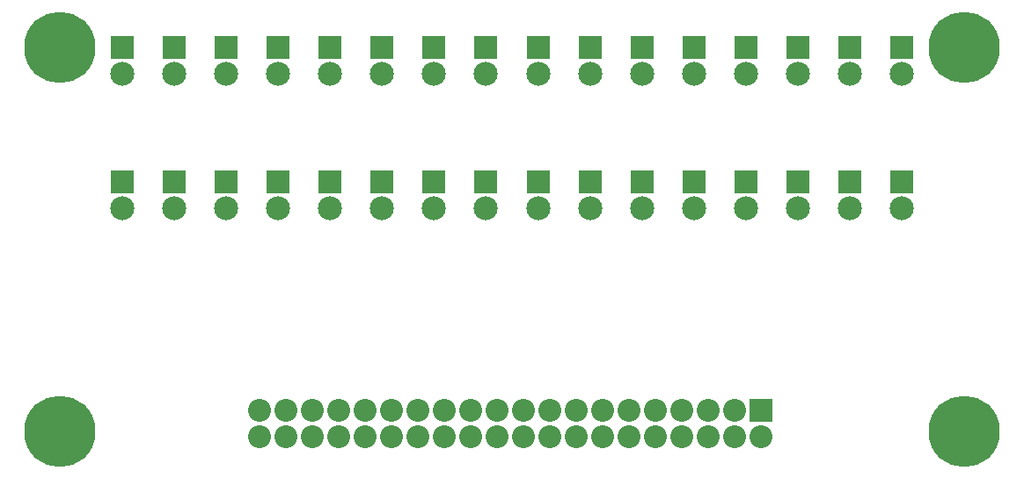
<source format=gbr>
G04 #@! TF.FileFunction,Soldermask,Bot*
%FSLAX46Y46*%
G04 Gerber Fmt 4.6, Leading zero omitted, Abs format (unit mm)*
G04 Created by KiCad (PCBNEW 4.0.5) date 05/28/17 11:05:58*
%MOMM*%
%LPD*%
G01*
G04 APERTURE LIST*
%ADD10C,0.150000*%
%ADD11R,2.308000X2.308000*%
%ADD12C,2.308000*%
%ADD13C,6.858000*%
%ADD14R,2.208000X2.208000*%
%ADD15O,2.208000X2.208000*%
G04 APERTURE END LIST*
D10*
D11*
X107000000Y-40016000D03*
D12*
X107000000Y-42556000D03*
D11*
X107000000Y-53016000D03*
D12*
X107000000Y-55556000D03*
D11*
X112000000Y-40016000D03*
D12*
X112000000Y-42556000D03*
D11*
X112000000Y-53016000D03*
D12*
X112000000Y-55556000D03*
D11*
X117000000Y-40016000D03*
D12*
X117000000Y-42556000D03*
D11*
X117000000Y-53016000D03*
D12*
X117000000Y-55556000D03*
D11*
X122000000Y-40016000D03*
D12*
X122000000Y-42556000D03*
D11*
X122000000Y-53016000D03*
D12*
X122000000Y-55556000D03*
D11*
X127000000Y-40016000D03*
D12*
X127000000Y-42556000D03*
D11*
X127000000Y-53016000D03*
D12*
X127000000Y-55556000D03*
D11*
X132000000Y-40016000D03*
D12*
X132000000Y-42556000D03*
D11*
X132000000Y-53016000D03*
D12*
X132000000Y-55556000D03*
D11*
X137000000Y-40016000D03*
D12*
X137000000Y-42556000D03*
D11*
X137000000Y-53016000D03*
D12*
X137000000Y-55556000D03*
D11*
X142000000Y-40016000D03*
D12*
X142000000Y-42556000D03*
D11*
X142000000Y-53016000D03*
D12*
X142000000Y-55556000D03*
D11*
X67000000Y-40016000D03*
D12*
X67000000Y-42556000D03*
D11*
X67000000Y-53016000D03*
D12*
X67000000Y-55556000D03*
D11*
X72000000Y-40016000D03*
D12*
X72000000Y-42556000D03*
D11*
X72000000Y-53016000D03*
D12*
X72000000Y-55556000D03*
D11*
X77000000Y-40016000D03*
D12*
X77000000Y-42556000D03*
D11*
X77000000Y-53016000D03*
D12*
X77000000Y-55556000D03*
D11*
X82000000Y-40016000D03*
D12*
X82000000Y-42556000D03*
D11*
X82000000Y-53016000D03*
D12*
X82000000Y-55556000D03*
D11*
X87000000Y-40016000D03*
D12*
X87000000Y-42556000D03*
D11*
X87000000Y-53016000D03*
D12*
X87000000Y-55556000D03*
D11*
X92000000Y-40016000D03*
D12*
X92000000Y-42556000D03*
D11*
X92000000Y-53016000D03*
D12*
X92000000Y-55556000D03*
D11*
X97000000Y-40016000D03*
D12*
X97000000Y-42556000D03*
D11*
X97000000Y-53016000D03*
D12*
X97000000Y-55556000D03*
D11*
X102000000Y-40016000D03*
D12*
X102000000Y-42556000D03*
D11*
X102000000Y-53016000D03*
D12*
X102000000Y-55556000D03*
D13*
X61000000Y-40000000D03*
X148000000Y-40000000D03*
X61000000Y-77000000D03*
X148000000Y-77000000D03*
D14*
X128500000Y-75016000D03*
D15*
X128500000Y-77556000D03*
X125960000Y-75016000D03*
X125960000Y-77556000D03*
X123420000Y-75016000D03*
X123420000Y-77556000D03*
X120880000Y-75016000D03*
X120880000Y-77556000D03*
X118340000Y-75016000D03*
X118340000Y-77556000D03*
X115800000Y-75016000D03*
X115800000Y-77556000D03*
X113260000Y-75016000D03*
X113260000Y-77556000D03*
X110720000Y-75016000D03*
X110720000Y-77556000D03*
X108180000Y-75016000D03*
X108180000Y-77556000D03*
X105640000Y-75016000D03*
X105640000Y-77556000D03*
X103100000Y-75016000D03*
X103100000Y-77556000D03*
X100560000Y-75016000D03*
X100560000Y-77556000D03*
X98020000Y-75016000D03*
X98020000Y-77556000D03*
X95480000Y-75016000D03*
X95480000Y-77556000D03*
X92940000Y-75016000D03*
X92940000Y-77556000D03*
X90400000Y-75016000D03*
X90400000Y-77556000D03*
X87860000Y-75016000D03*
X87860000Y-77556000D03*
X85320000Y-75016000D03*
X85320000Y-77556000D03*
X82780000Y-75016000D03*
X82780000Y-77556000D03*
X80240000Y-75016000D03*
X80240000Y-77556000D03*
M02*

</source>
